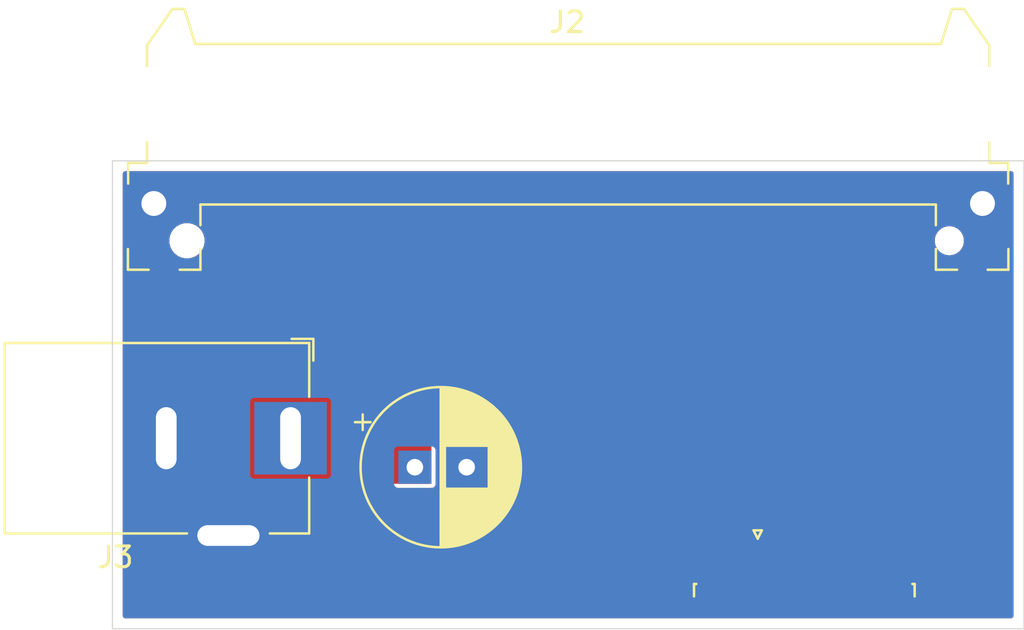
<source format=kicad_pcb>
(kicad_pcb (version 20221018) (generator pcbnew)
  (title_block (title "Tape SATA Plug") (date "2024-03-14") (rev "1.0") (company "JetERA Creative") (comment 1 "https://creativecommons.org/licenses/by-sa/4.0/legalcode.en") (comment 2 "Use of this schematic is governed under the CC BY-SA 4.0 International license."))
  (layers (0 "F.Cu" signal) (31 "B.Cu" signal) (34 "B.Paste" user) (35 "F.Paste" user) (36 "B.SilkS" user "B.Silkscreen") (37 "F.SilkS" user "F.Silkscreen") (38 "B.Mask" user) (39 "F.Mask" user) (44 "Edge.Cuts" user))
  (net 0 "")
  (net 1 "GND")
  (net 2 "+12V")
  (net 6 "/B+")
  (net 7 "/B-")
  (net 8 "/A-")
  (net 9 "/A+")
  (net 10 "/5V")
  (footprint "Connector_SATA_SAS:SATA_Amphenol_10029364-001LF_Horizontal" (layer "F.Cu") (at 150 84.20492)
    (fp_text reference "J2" (at -0.04064 -9.90624) (layer "F.SilkS"))
    (fp_text value "~")
    (fp_line (start -21.25 1.05508) (end -21.25 2.05508) (stroke (width 0.12)) (layer "F.SilkS"))
    (fp_line (start -21.25 2.05508) (end -20.25 2.05508) (stroke (width 0.12)) (layer "F.SilkS"))
    (fp_line (start -21.24 -3.10492) (end -21.24 -2.10492) (stroke (width 0.12)) (layer "F.SilkS"))
    (fp_line (start -21.24 -3.10492) (end -20.33 -3.10492) (stroke (width 0.12)) (layer "F.SilkS"))
    (fp_line (start -20.33 -8.78492) (end -20.33 -7.78492) (stroke (width 0.12)) (layer "F.SilkS"))
    (fp_line (start -20.33 -8.78492) (end -19.1 -10.54492) (stroke (width 0.12)) (layer "F.SilkS"))
    (fp_line (start -20.33 -3.10492) (end -20.33 -4.10492) (stroke (width 0.12)) (layer "F.SilkS"))
    (fp_line (start -19.1 -10.54492) (end -18.53 -10.54492) (stroke (width 0.12)) (layer "F.SilkS"))
    (fp_line (start -18.75 2.05508) (end -17.75 2.05508) (stroke (width 0.12)) (layer "F.SilkS"))
    (fp_line (start -18 -8.85492) (end -18.53 -10.54492) (stroke (width 0.12)) (layer "F.SilkS"))
    (fp_line (start -17.75 -1.09492) (end -17.75 -0.09492) (stroke (width 0.12)) (layer "F.SilkS"))
    (fp_line (start -17.75 1.05508) (end -17.75 2.05508) (stroke (width 0.12)) (layer "F.SilkS"))
    (fp_line (start 17.75 -1.09492) (end -17.75 -1.09492) (stroke (width 0.12)) (layer "F.SilkS"))
    (fp_line (start 17.75 -1.09492) (end 17.75 -0.09492) (stroke (width 0.12)) (layer "F.SilkS"))
    (fp_line (start 17.75 1.05508) (end 17.75 2.05508) (stroke (width 0.12)) (layer "F.SilkS"))
    (fp_line (start 18 -8.85492) (end -18 -8.85492) (stroke (width 0.12)) (layer "F.SilkS"))
    (fp_line (start 18 -8.85492) (end 18.53 -10.54492) (stroke (width 0.12)) (layer "F.SilkS"))
    (fp_line (start 18.77314 2.05486) (end 17.75 2.05508) (stroke (width 0.12)) (layer "F.SilkS"))
    (fp_line (start 19.1 -10.54492) (end 18.53 -10.54492) (stroke (width 0.12)) (layer "F.SilkS"))
    (fp_line (start 20.33 -8.78492) (end 19.1 -10.54492) (stroke (width 0.12)) (layer "F.SilkS"))
    (fp_line (start 20.33 -8.78492) (end 20.33 -7.78492) (stroke (width 0.12)) (layer "F.SilkS"))
    (fp_line (start 20.33 -3.10492) (end 20.33 -4.10492) (stroke (width 0.12)) (layer "F.SilkS"))
    (fp_line (start 21.24 -3.10492) (end 20.33 -3.10492) (stroke (width 0.12)) (layer "F.SilkS"))
    (fp_line (start 21.24 -3.10492) (end 21.24 -2.10492) (stroke (width 0.12)) (layer "F.SilkS"))
    (fp_line (start 21.25 1.05508) (end 21.25 2.05508) (stroke (width 0.12)) (layer "F.SilkS"))
    (fp_line (start 21.25 2.05508) (end 20.25 2.05508) (stroke (width 0.12)) (layer "F.SilkS"))
    (pad "" np_thru_hole circle (at -18.4 0.65508) (size 1.2 1.2) (drill 1.2) (layers "*.Mask" "B.Cu"))
    (pad "" np_thru_hole circle (at 18.4 0.65508) (size 0.9 0.9) (drill 0.9) (layers "*.Mask" "B.Cu"))
    (pad "MP" thru_hole circle (at -20 -1.14492) (size 1.6 1.6) (drill 1.2) (layers "*.Cu" "*.Mask") (net 1 "GND"))
    (pad "MP" thru_hole circle (at 20 -1.14492) (size 1.6 1.6) (drill 1.2) (layers "*.Cu" "*.Mask") (net 1 "GND"))
    (pad "P1" smd rect (at 1.905 0.99508) (size 0.65 1.9) (layers "F.Cu" "F.Paste" "F.Mask"))
    (pad "P2" smd rect (at 0.635 0.99508) (size 0.65 1.9) (layers "F.Cu" "F.Paste" "F.Mask"))
    (pad "P3" smd rect (at -0.635 0.99508) (size 0.65 1.9) (layers "F.Cu" "F.Paste" "F.Mask"))
    (pad "P4" smd rect (at -1.905 0.99508) (size 0.65 1.9) (layers "F.Cu" "F.Paste" "F.Mask") (net 1 "GND"))
    (pad "P5" smd rect (at -3.175 0.99508) (size 0.65 1.9) (layers "F.Cu" "F.Paste" "F.Mask") (net 1 "GND"))
    (pad "P6" smd rect (at -4.445 0.99508) (size 0.65 1.9) (layers "F.Cu" "F.Paste" "F.Mask") (net 1 "GND"))
    (pad "P7" smd rect (at -5.715 0.99508) (size 0.65 1.9) (layers "F.Cu" "F.Paste" "F.Mask") (net 10 "/5V"))
    (pad "P8" smd rect (at -6.985 0.99508) (size 0.65 1.9) (layers "F.Cu" "F.Paste" "F.Mask") (net 10 "/5V"))
    (pad "P9" smd rect (at -8.255 0.99508) (size 0.65 1.9) (layers "F.Cu" "F.Paste" "F.Mask") (net 10 "/5V"))
    (pad "P10" smd rect (at -9.525 0.99508) (size 0.65 1.9) (layers "F.Cu" "F.Paste" "F.Mask") (net 1 "GND"))
    (pad "P11" smd rect (at -10.795 0.99508) (size 0.65 1.9) (layers "F.Cu" "F.Paste" "F.Mask") (net 1 "GND"))
    (pad "P12" smd rect (at -12.065 0.99508) (size 0.65 1.9) (layers "F.Cu" "F.Paste" "F.Mask") (net 1 "GND"))
    (pad "P13" smd rect (at -13.335 0.99508) (size 0.65 1.9) (layers "F.Cu" "F.Paste" "F.Mask") (net 2 "+12V"))
    (pad "P14" smd rect (at -14.605 0.99508) (size 0.65 1.9) (layers "F.Cu" "F.Paste" "F.Mask") (net 2 "+12V"))
    (pad "P15" smd rect (at -15.875 0.99508) (size 0.65 1.9) (layers "F.Cu" "F.Paste" "F.Mask") (net 2 "+12V"))
    (pad "S1" smd rect (at 15.87 0.99508) (size 0.65 1.9) (layers "F.Cu" "F.Paste" "F.Mask") (net 1 "GND"))
    (pad "S2" smd rect (at 14.6 0.99508) (size 0.65 1.9) (layers "F.Cu" "F.Paste" "F.Mask") (net 9 "/A+"))
    (pad "S3" smd rect (at 13.33 0.99508) (size 0.65 1.9) (layers "F.Cu" "F.Paste" "F.Mask") (net 8 "/A-"))
    (pad "S4" smd rect (at 12.06 0.99508) (size 0.65 1.9) (layers "F.Cu" "F.Paste" "F.Mask") (net 1 "GND"))
    (pad "S5" smd rect (at 10.79 0.99508) (size 0.65 1.9) (layers "F.Cu" "F.Paste" "F.Mask") (net 7 "/B-"))
    (pad "S6" smd rect (at 9.52 0.99508) (size 0.65 1.9) (layers "F.Cu" "F.Paste" "F.Mask") (net 6 "/B+"))
    (pad "S7" smd rect (at 8.25 0.99508) (size 0.65 1.9) (layers "F.Cu" "F.Paste" "F.Mask") (net 1 "GND"))
  )
  (footprint "Connector_FFC-FPC:TE_1-1734839-0_1x10-1MP_P0.5mm_Horizontal" (layer "F.Cu") (at 161.4 99.4)
    (fp_text reference "J1" hide)
    (fp_text value "Conn_01x10_MountingPin")
    (fp_line (start -5.325 2.04) (end -5.325 2.64) (stroke (width 0.12)) (layer "F.SilkS"))
    (fp_line (start -5.215 2.04) (end -5.325 2.04) (stroke (width 0.12)) (layer "F.SilkS"))
    (fp_line (start -2.45 -0.55) (end -2.25 -0.15) (stroke (width 0.12)) (layer "F.SilkS"))
    (fp_line (start -2.25 -0.15) (end -2.05 -0.55) (stroke (width 0.12)) (layer "F.SilkS"))
    (fp_line (start -2.05 -0.55) (end -2.45 -0.55) (stroke (width 0.12)) (layer "F.SilkS"))
    (fp_line (start 5.215 2.04) (end 5.325 2.04) (stroke (width 0.12)) (layer "F.SilkS"))
    (fp_line (start 5.325 2.04) (end 5.325 2.64) (stroke (width 0.12)) (layer "F.SilkS"))
    (pad "1" smd rect (at -2.25 -1.35) (size 0.3 1.1) (layers "F.Cu" "F.Paste" "F.Mask") (net 10 "/5V"))
    (pad "2" smd rect (at -1.75 -1.35) (size 0.3 1.1) (layers "F.Cu" "F.Paste" "F.Mask") (net 10 "/5V"))
    (pad "3" smd rect (at -1.25 -1.35) (size 0.3 1.1) (layers "F.Cu" "F.Paste" "F.Mask") (net 10 "/5V"))
    (pad "4" smd rect (at -0.75 -1.35) (size 0.3 1.1) (layers "F.Cu" "F.Paste" "F.Mask") (net 1 "GND"))
    (pad "5" smd rect (at -0.25 -1.35) (size 0.3 1.1) (layers "F.Cu" "F.Paste" "F.Mask") (net 6 "/B+"))
    (pad "6" smd rect (at 0.25 -1.35) (size 0.3 1.1) (layers "F.Cu" "F.Paste" "F.Mask") (net 7 "/B-"))
    (pad "7" smd rect (at 0.75 -1.35) (size 0.3 1.1) (layers "F.Cu" "F.Paste" "F.Mask") (net 1 "GND"))
    (pad "8" smd rect (at 1.25 -1.35) (size 0.3 1.1) (layers "F.Cu" "F.Paste" "F.Mask") (net 8 "/A-"))
    (pad "9" smd rect (at 1.75 -1.35) (size 0.3 1.1) (layers "F.Cu" "F.Paste" "F.Mask") (net 9 "/A+"))
    (pad "10" smd rect (at 2.25 -1.35) (size 0.3 1.1) (layers "F.Cu" "F.Paste" "F.Mask") (net 1 "GND"))
    (pad "MP" smd rect (at -3.92 0.35) (size 2.3 3.1) (layers "F.Cu" "F.Paste" "F.Mask") (net 1 "GND"))
    (pad "MP" smd rect (at 3.92 0.35) (size 2.3 3.1) (layers "F.Cu" "F.Paste" "F.Mask") (net 1 "GND"))
  )
  (footprint "Connector_BarrelJack:BarrelJack_Horizontal" (layer "F.Cu") (at 136.6 94.4)
    (fp_text reference "J3" (at -8.45 5.75) (layer "F.SilkS"))
    (fp_text value "Barrel_Jack_Switch")
    (fp_line (start -13.8 -4.6) (end 0.9 -4.6) (stroke (width 0.12)) (layer "F.SilkS"))
    (fp_line (start -13.8 4.6) (end -13.8 -4.6) (stroke (width 0.12)) (layer "F.SilkS"))
    (fp_line (start -5 4.6) (end -13.8 4.6) (stroke (width 0.12)) (layer "F.SilkS"))
    (fp_line (start 0.05 -4.8) (end 1.1 -4.8) (stroke (width 0.12)) (layer "F.SilkS"))
    (fp_line (start 0.9 -4.6) (end 0.9 -2) (stroke (width 0.12)) (layer "F.SilkS"))
    (fp_line (start 0.9 1.9) (end 0.9 4.6) (stroke (width 0.12)) (layer "F.SilkS"))
    (fp_line (start 0.9 4.6) (end -1 4.6) (stroke (width 0.12)) (layer "F.SilkS"))
    (fp_line (start 1.1 -3.75) (end 1.1 -4.8) (stroke (width 0.12)) (layer "F.SilkS"))
    (pad "1" thru_hole rect (at 0 0) (size 3.5 3.5) (drill oval 1 3) (layers "*.Cu" "*.Mask") (net 2 "+12V"))
    (pad "2" thru_hole roundrect (at -6 0) (size 3 3.5) (drill oval 1 3) (layers "*.Cu" "*.Mask") (net 1 "GND"))
    (pad "3" thru_hole roundrect (at -3 4.7) (size 3.5 3.5) (drill oval 3 1) (layers "*.Cu" "*.Mask") (net 1 "GND"))
  )
  (footprint "Capacitor_THT:CP_Radial_D7.5mm_P2.50mm" (layer "F.Cu") (at 142.6 95.8)
    (fp_text reference "C1" hide)
    (fp_text value "470uF")
    (fp_line (start -2.892211 -2.175) (end -2.142211 -2.175) (stroke (width 0.12)) (layer "F.SilkS"))
    (fp_line (start -2.517211 -2.55) (end -2.517211 -1.8) (stroke (width 0.12)) (layer "F.SilkS"))
    (fp_line (start 1.25 -3.83) (end 1.25 3.83) (stroke (width 0.12)) (layer "F.SilkS"))
    (fp_line (start 1.29 -3.83) (end 1.29 3.83) (stroke (width 0.12)) (layer "F.SilkS"))
    (fp_line (start 1.33 -3.83) (end 1.33 3.83) (stroke (width 0.12)) (layer "F.SilkS"))
    (fp_line (start 1.37 -3.829) (end 1.37 3.829) (stroke (width 0.12)) (layer "F.SilkS"))
    (fp_line (start 1.41 -3.827) (end 1.41 3.827) (stroke (width 0.12)) (layer "F.SilkS"))
    (fp_line (start 1.45 -3.825) (end 1.45 3.825) (stroke (width 0.12)) (layer "F.SilkS"))
    (fp_line (start 1.49 -3.823) (end 1.49 -1.04) (stroke (width 0.12)) (layer "F.SilkS"))
    (fp_line (start 1.49 1.04) (end 1.49 3.823) (stroke (width 0.12)) (layer "F.SilkS"))
    (fp_line (start 1.53 -3.82) (end 1.53 -1.04) (stroke (width 0.12)) (layer "F.SilkS"))
    (fp_line (start 1.53 1.04) (end 1.53 3.82) (stroke (width 0.12)) (layer "F.SilkS"))
    (fp_line (start 1.57 -3.817) (end 1.57 -1.04) (stroke (width 0.12)) (layer "F.SilkS"))
    (fp_line (start 1.57 1.04) (end 1.57 3.817) (stroke (width 0.12)) (layer "F.SilkS"))
    (fp_line (start 1.61 -3.814) (end 1.61 -1.04) (stroke (width 0.12)) (layer "F.SilkS"))
    (fp_line (start 1.61 1.04) (end 1.61 3.814) (stroke (width 0.12)) (layer "F.SilkS"))
    (fp_line (start 1.65 -3.81) (end 1.65 -1.04) (stroke (width 0.12)) (layer "F.SilkS"))
    (fp_line (start 1.65 1.04) (end 1.65 3.81) (stroke (width 0.12)) (layer "F.SilkS"))
    (fp_line (start 1.69 -3.805) (end 1.69 -1.04) (stroke (width 0.12)) (layer "F.SilkS"))
    (fp_line (start 1.69 1.04) (end 1.69 3.805) (stroke (width 0.12)) (layer "F.SilkS"))
    (fp_line (start 1.73 -3.801) (end 1.73 -1.04) (stroke (width 0.12)) (layer "F.SilkS"))
    (fp_line (start 1.73 1.04) (end 1.73 3.801) (stroke (width 0.12)) (layer "F.SilkS"))
    (fp_line (start 1.77 -3.795) (end 1.77 -1.04) (stroke (width 0.12)) (layer "F.SilkS"))
    (fp_line (start 1.77 1.04) (end 1.77 3.795) (stroke (width 0.12)) (layer "F.SilkS"))
    (fp_line (start 1.81 -3.79) (end 1.81 -1.04) (stroke (width 0.12)) (layer "F.SilkS"))
    (fp_line (start 1.81 1.04) (end 1.81 3.79) (stroke (width 0.12)) (layer "F.SilkS"))
    (fp_line (start 1.85 -3.784) (end 1.85 -1.04) (stroke (width 0.12)) (layer "F.SilkS"))
    (fp_line (start 1.85 1.04) (end 1.85 3.784) (stroke (width 0.12)) (layer "F.SilkS"))
    (fp_line (start 1.89 -3.777) (end 1.89 -1.04) (stroke (width 0.12)) (layer "F.SilkS"))
    (fp_line (start 1.89 1.04) (end 1.89 3.777) (stroke (width 0.12)) (layer "F.SilkS"))
    (fp_line (start 1.93 -3.77) (end 1.93 -1.04) (stroke (width 0.12)) (layer "F.SilkS"))
    (fp_line (start 1.93 1.04) (end 1.93 3.77) (stroke (width 0.12)) (layer "F.SilkS"))
    (fp_line (start 1.971 -3.763) (end 1.971 -1.04) (stroke (width 0.12)) (layer "F.SilkS"))
    (fp_line (start 1.971 1.04) (end 1.971 3.763) (stroke (width 0.12)) (layer "F.SilkS"))
    (fp_line (start 2.011 -3.755) (end 2.011 -1.04) (stroke (width 0.12)) (layer "F.SilkS"))
    (fp_line (start 2.011 1.04) (end 2.011 3.755) (stroke (width 0.12)) (layer "F.SilkS"))
    (fp_line (start 2.051 -3.747) (end 2.051 -1.04) (stroke (width 0.12)) (layer "F.SilkS"))
    (fp_line (start 2.051 1.04) (end 2.051 3.747) (stroke (width 0.12)) (layer "F.SilkS"))
    (fp_line (start 2.091 -3.738) (end 2.091 -1.04) (stroke (width 0.12)) (layer "F.SilkS"))
    (fp_line (start 2.091 1.04) (end 2.091 3.738) (stroke (width 0.12)) (layer "F.SilkS"))
    (fp_line (start 2.131 -3.729) (end 2.131 -1.04) (stroke (width 0.12)) (layer "F.SilkS"))
    (fp_line (start 2.131 1.04) (end 2.131 3.729) (stroke (width 0.12)) (layer "F.SilkS"))
    (fp_line (start 2.171 -3.72) (end 2.171 -1.04) (stroke (width 0.12)) (layer "F.SilkS"))
    (fp_line (start 2.171 1.04) (end 2.171 3.72) (stroke (width 0.12)) (layer "F.SilkS"))
    (fp_line (start 2.211 -3.71) (end 2.211 -1.04) (stroke (width 0.12)) (layer "F.SilkS"))
    (fp_line (start 2.211 1.04) (end 2.211 3.71) (stroke (width 0.12)) (layer "F.SilkS"))
    (fp_line (start 2.251 -3.699) (end 2.251 -1.04) (stroke (width 0.12)) (layer "F.SilkS"))
    (fp_line (start 2.251 1.04) (end 2.251 3.699) (stroke (width 0.12)) (layer "F.SilkS"))
    (fp_line (start 2.291 -3.688) (end 2.291 -1.04) (stroke (width 0.12)) (layer "F.SilkS"))
    (fp_line (start 2.291 1.04) (end 2.291 3.688) (stroke (width 0.12)) (layer "F.SilkS"))
    (fp_line (start 2.331 -3.677) (end 2.331 -1.04) (stroke (width 0.12)) (layer "F.SilkS"))
    (fp_line (start 2.331 1.04) (end 2.331 3.677) (stroke (width 0.12)) (layer "F.SilkS"))
    (fp_line (start 2.371 -3.665) (end 2.371 -1.04) (stroke (width 0.12)) (layer "F.SilkS"))
    (fp_line (start 2.371 1.04) (end 2.371 3.665) (stroke (width 0.12)) (layer "F.SilkS"))
    (fp_line (start 2.411 -3.653) (end 2.411 -1.04) (stroke (width 0.12)) (layer "F.SilkS"))
    (fp_line (start 2.411 1.04) (end 2.411 3.653) (stroke (width 0.12)) (layer "F.SilkS"))
    (fp_line (start 2.451 -3.64) (end 2.451 -1.04) (stroke (width 0.12)) (layer "F.SilkS"))
    (fp_line (start 2.451 1.04) (end 2.451 3.64) (stroke (width 0.12)) (layer "F.SilkS"))
    (fp_line (start 2.491 -3.626) (end 2.491 -1.04) (stroke (width 0.12)) (layer "F.SilkS"))
    (fp_line (start 2.491 1.04) (end 2.491 3.626) (stroke (width 0.12)) (layer "F.SilkS"))
    (fp_line (start 2.531 -3.613) (end 2.531 -1.04) (stroke (width 0.12)) (layer "F.SilkS"))
    (fp_line (start 2.531 1.04) (end 2.531 3.613) (stroke (width 0.12)) (layer "F.SilkS"))
    (fp_line (start 2.571 -3.598) (end 2.571 -1.04) (stroke (width 0.12)) (layer "F.SilkS"))
    (fp_line (start 2.571 1.04) (end 2.571 3.598) (stroke (width 0.12)) (layer "F.SilkS"))
    (fp_line (start 2.611 -3.584) (end 2.611 -1.04) (stroke (width 0.12)) (layer "F.SilkS"))
    (fp_line (start 2.611 1.04) (end 2.611 3.584) (stroke (width 0.12)) (layer "F.SilkS"))
    (fp_line (start 2.651 -3.568) (end 2.651 -1.04) (stroke (width 0.12)) (layer "F.SilkS"))
    (fp_line (start 2.651 1.04) (end 2.651 3.568) (stroke (width 0.12)) (layer "F.SilkS"))
    (fp_line (start 2.691 -3.553) (end 2.691 -1.04) (stroke (width 0.12)) (layer "F.SilkS"))
    (fp_line (start 2.691 1.04) (end 2.691 3.553) (stroke (width 0.12)) (layer "F.SilkS"))
    (fp_line (start 2.731 -3.536) (end 2.731 -1.04) (stroke (width 0.12)) (layer "F.SilkS"))
    (fp_line (start 2.731 1.04) (end 2.731 3.536) (stroke (width 0.12)) (layer "F.SilkS"))
    (fp_line (start 2.771 -3.52) (end 2.771 -1.04) (stroke (width 0.12)) (layer "F.SilkS"))
    (fp_line (start 2.771 1.04) (end 2.771 3.52) (stroke (width 0.12)) (layer "F.SilkS"))
    (fp_line (start 2.811 -3.502) (end 2.811 -1.04) (stroke (width 0.12)) (layer "F.SilkS"))
    (fp_line (start 2.811 1.04) (end 2.811 3.502) (stroke (width 0.12)) (layer "F.SilkS"))
    (fp_line (start 2.851 -3.484) (end 2.851 -1.04) (stroke (width 0.12)) (layer "F.SilkS"))
    (fp_line (start 2.851 1.04) (end 2.851 3.484) (stroke (width 0.12)) (layer "F.SilkS"))
    (fp_line (start 2.891 -3.466) (end 2.891 -1.04) (stroke (width 0.12)) (layer "F.SilkS"))
    (fp_line (start 2.891 1.04) (end 2.891 3.466) (stroke (width 0.12)) (layer "F.SilkS"))
    (fp_line (start 2.931 -3.447) (end 2.931 -1.04) (stroke (width 0.12)) (layer "F.SilkS"))
    (fp_line (start 2.931 1.04) (end 2.931 3.447) (stroke (width 0.12)) (layer "F.SilkS"))
    (fp_line (start 2.971 -3.427) (end 2.971 -1.04) (stroke (width 0.12)) (layer "F.SilkS"))
    (fp_line (start 2.971 1.04) (end 2.971 3.427) (stroke (width 0.12)) (layer "F.SilkS"))
    (fp_line (start 3.011 -3.407) (end 3.011 -1.04) (stroke (width 0.12)) (layer "F.SilkS"))
    (fp_line (start 3.011 1.04) (end 3.011 3.407) (stroke (width 0.12)) (layer "F.SilkS"))
    (fp_line (start 3.051 -3.386) (end 3.051 -1.04) (stroke (width 0.12)) (layer "F.SilkS"))
    (fp_line (start 3.051 1.04) (end 3.051 3.386) (stroke (width 0.12)) (layer "F.SilkS"))
    (fp_line (start 3.091 -3.365) (end 3.091 -1.04) (stroke (width 0.12)) (layer "F.SilkS"))
    (fp_line (start 3.091 1.04) (end 3.091 3.365) (stroke (width 0.12)) (layer "F.SilkS"))
    (fp_line (start 3.131 -3.343) (end 3.131 -1.04) (stroke (width 0.12)) (layer "F.SilkS"))
    (fp_line (start 3.131 1.04) (end 3.131 3.343) (stroke (width 0.12)) (layer "F.SilkS"))
    (fp_line (start 3.171 -3.321) (end 3.171 -1.04) (stroke (width 0.12)) (layer "F.SilkS"))
    (fp_line (start 3.171 1.04) (end 3.171 3.321) (stroke (width 0.12)) (layer "F.SilkS"))
    (fp_line (start 3.211 -3.297) (end 3.211 -1.04) (stroke (width 0.12)) (layer "F.SilkS"))
    (fp_line (start 3.211 1.04) (end 3.211 3.297) (stroke (width 0.12)) (layer "F.SilkS"))
    (fp_line (start 3.251 -3.274) (end 3.251 -1.04) (stroke (width 0.12)) (layer "F.SilkS"))
    (fp_line (start 3.251 1.04) (end 3.251 3.274) (stroke (width 0.12)) (layer "F.SilkS"))
    (fp_line (start 3.291 -3.249) (end 3.291 -1.04) (stroke (width 0.12)) (layer "F.SilkS"))
    (fp_line (start 3.291 1.04) (end 3.291 3.249) (stroke (width 0.12)) (layer "F.SilkS"))
    (fp_line (start 3.331 -3.224) (end 3.331 -1.04) (stroke (width 0.12)) (layer "F.SilkS"))
    (fp_line (start 3.331 1.04) (end 3.331 3.224) (stroke (width 0.12)) (layer "F.SilkS"))
    (fp_line (start 3.371 -3.198) (end 3.371 -1.04) (stroke (width 0.12)) (layer "F.SilkS"))
    (fp_line (start 3.371 1.04) (end 3.371 3.198) (stroke (width 0.12)) (layer "F.SilkS"))
    (fp_line (start 3.411 -3.172) (end 3.411 -1.04) (stroke (width 0.12)) (layer "F.SilkS"))
    (fp_line (start 3.411 1.04) (end 3.411 3.172) (stroke (width 0.12)) (layer "F.SilkS"))
    (fp_line (start 3.451 -3.144) (end 3.451 -1.04) (stroke (width 0.12)) (layer "F.SilkS"))
    (fp_line (start 3.451 1.04) (end 3.451 3.144) (stroke (width 0.12)) (layer "F.SilkS"))
    (fp_line (start 3.491 -3.116) (end 3.491 -1.04) (stroke (width 0.12)) (layer "F.SilkS"))
    (fp_line (start 3.491 1.04) (end 3.491 3.116) (stroke (width 0.12)) (layer "F.SilkS"))
    (fp_line (start 3.531 -3.088) (end 3.531 -1.04) (stroke (width 0.12)) (layer "F.SilkS"))
    (fp_line (start 3.531 1.04) (end 3.531 3.088) (stroke (width 0.12)) (layer "F.SilkS"))
    (fp_line (start 3.571 -3.058) (end 3.571 3.058) (stroke (width 0.12)) (layer "F.SilkS"))
    (fp_line (start 3.611 -3.028) (end 3.611 3.028) (stroke (width 0.12)) (layer "F.SilkS"))
    (fp_line (start 3.651 -2.996) (end 3.651 2.996) (stroke (width 0.12)) (layer "F.SilkS"))
    (fp_line (start 3.691 -2.964) (end 3.691 2.964) (stroke (width 0.12)) (layer "F.SilkS"))
    (fp_line (start 3.731 -2.931) (end 3.731 2.931) (stroke (width 0.12)) (layer "F.SilkS"))
    (fp_line (start 3.771 -2.898) (end 3.771 2.898) (stroke (width 0.12)) (layer "F.SilkS"))
    (fp_line (start 3.811 -2.863) (end 3.811 2.863) (stroke (width 0.12)) (layer "F.SilkS"))
    (fp_line (start 3.851 -2.827) (end 3.851 2.827) (stroke (width 0.12)) (layer "F.SilkS"))
    (fp_line (start 3.891 -2.79) (end 3.891 2.79) (stroke (width 0.12)) (layer "F.SilkS"))
    (fp_line (start 3.931 -2.752) (end 3.931 2.752) (stroke (width 0.12)) (layer "F.SilkS"))
    (fp_line (start 3.971 -2.713) (end 3.971 2.713) (stroke (width 0.12)) (layer "F.SilkS"))
    (fp_line (start 4.011 -2.673) (end 4.011 2.673) (stroke (width 0.12)) (layer "F.SilkS"))
    (fp_line (start 4.051 -2.632) (end 4.051 2.632) (stroke (width 0.12)) (layer "F.SilkS"))
    (fp_line (start 4.091 -2.589) (end 4.091 2.589) (stroke (width 0.12)) (layer "F.SilkS"))
    (fp_line (start 4.131 -2.546) (end 4.131 2.546) (stroke (width 0.12)) (layer "F.SilkS"))
    (fp_line (start 4.171 -2.5) (end 4.171 2.5) (stroke (width 0.12)) (layer "F.SilkS"))
    (fp_line (start 4.211 -2.454) (end 4.211 2.454) (stroke (width 0.12)) (layer "F.SilkS"))
    (fp_line (start 4.251 -2.405) (end 4.251 2.405) (stroke (width 0.12)) (layer "F.SilkS"))
    (fp_line (start 4.291 -2.355) (end 4.291 2.355) (stroke (width 0.12)) (layer "F.SilkS"))
    (fp_line (start 4.331 -2.304) (end 4.331 2.304) (stroke (width 0.12)) (layer "F.SilkS"))
    (fp_line (start 4.371 -2.25) (end 4.371 2.25) (stroke (width 0.12)) (layer "F.SilkS"))
    (fp_line (start 4.411 -2.195) (end 4.411 2.195) (stroke (width 0.12)) (layer "F.SilkS"))
    (fp_line (start 4.451 -2.137) (end 4.451 2.137) (stroke (width 0.12)) (layer "F.SilkS"))
    (fp_line (start 4.491 -2.077) (end 4.491 2.077) (stroke (width 0.12)) (layer "F.SilkS"))
    (fp_line (start 4.531 -2.014) (end 4.531 2.014) (stroke (width 0.12)) (layer "F.SilkS"))
    (fp_line (start 4.571 -1.949) (end 4.571 1.949) (stroke (width 0.12)) (layer "F.SilkS"))
    (fp_line (start 4.611 -1.881) (end 4.611 1.881) (stroke (width 0.12)) (layer "F.SilkS"))
    (fp_line (start 4.651 -1.809) (end 4.651 1.809) (stroke (width 0.12)) (layer "F.SilkS"))
    (fp_line (start 4.691 -1.733) (end 4.691 1.733) (stroke (width 0.12)) (layer "F.SilkS"))
    (fp_line (start 4.731 -1.654) (end 4.731 1.654) (stroke (width 0.12)) (layer "F.SilkS"))
    (fp_line (start 4.771 -1.569) (end 4.771 1.569) (stroke (width 0.12)) (layer "F.SilkS"))
    (fp_line (start 4.811 -1.478) (end 4.811 1.478) (stroke (width 0.12)) (layer "F.SilkS"))
    (fp_line (start 4.851 -1.381) (end 4.851 1.381) (stroke (width 0.12)) (layer "F.SilkS"))
    (fp_line (start 4.891 -1.275) (end 4.891 1.275) (stroke (width 0.12)) (layer "F.SilkS"))
    (fp_line (start 4.931 -1.158) (end 4.931 1.158) (stroke (width 0.12)) (layer "F.SilkS"))
    (fp_line (start 4.971 -1.028) (end 4.971 1.028) (stroke (width 0.12)) (layer "F.SilkS"))
    (fp_line (start 5.011 -0.877) (end 5.011 0.877) (stroke (width 0.12)) (layer "F.SilkS"))
    (fp_line (start 5.051 -0.693) (end 5.051 0.693) (stroke (width 0.12)) (layer "F.SilkS"))
    (fp_line (start 5.091 -0.441) (end 5.091 0.441) (stroke (width 0.12)) (layer "F.SilkS"))
    (fp_circle (center 1.25 0) (end 5.12 0) (stroke (width 0.12)) (fill none) (layer "F.SilkS"))
    (pad "1" thru_hole rect (at 0 0) (size 1.6 1.6) (drill 0.8) (layers "*.Cu" "*.Mask") (net 2 "+12V"))
    (pad "2" thru_hole circle (at 2.5 0) (size 1.6 1.6) (drill 0.8) (layers "*.Cu" "*.Mask") (net 1 "GND"))
  )
  (gr_rect (start 128 81) (end 172 103.6) (stroke (width 0.05)) (fill none) (layer "Edge.Cuts"))
  (segment (start 159.9 95.1) (end 159.9 85.62508) (width 0.3) (layer "F.Cu") (net 6))
  (segment (start 161.15 98.05) (end 161.15 96.35) (width 0.3) (layer "F.Cu") (net 6))
  (segment (start 159.9 85.62508) (end 159.52 85.24508) (width 0.3) (layer "F.Cu") (net 6))
  (segment (start 161.15 96.35) (end 159.9 95.1) (width 0.3) (layer "F.Cu") (net 6))
  (segment (start 161.65 96.142894) (end 160.4 94.892894) (width 0.3) (layer "F.Cu") (net 7))
  (segment (start 161.65 98.05) (end 161.65 96.142894) (width 0.3) (layer "F.Cu") (net 7))
  (segment (start 160.4 94.892894) (end 160.4 85.63508) (width 0.3) (layer "F.Cu") (net 7))
  (segment (start 160.4 85.63508) (end 160.79 85.24508) (width 0.3) (layer "F.Cu") (net 7))
  (segment (start 162.65 98.05) (end 162.65 96.042894) (width 0.3) (layer "F.Cu") (net 8))
  (segment (start 162.65 96.042894) (end 163.7 94.992894) (width 0.3) (layer "F.Cu") (net 8))
  (segment (start 163.7 94.992894) (end 163.7 85.61508) (width 0.3) (layer "F.Cu") (net 8))
  (segment (start 163.7 85.61508) (end 163.33 85.24508) (width 0.3) (layer "F.Cu") (net 8))
  (segment (start 163.15 98.05) (end 163.15 96.25) (width 0.3) (layer "F.Cu") (net 9))
  (segment (start 163.15 96.25) (end 164.2 95.2) (width 0.3) (layer "F.Cu") (net 9))
  (segment (start 164.2 85.64508) (end 164.6 85.24508) (width 0.3) (layer "F.Cu") (net 9))
  (segment (start 164.2 95.2) (end 164.2 85.64508) (width 0.3) (layer "F.Cu") (net 9))
  (zone (net 2) (net_name "+12V") (layer "F.Cu") (priority 2) (connect_pads yes (clearance 0.1)) (min_thickness 0.25) (fill yes (thermal_gap 0.5) (thermal_bridge_width 0.5))
    (polygon (pts (xy 133.8 84.2) (xy 137 84.2) (xy 137 86.2) (xy 143.4 92.6) (xy 143.4 96.6) (xy 133.8 96.6)))
  )
  (zone (net 10) (net_name "/5V") (layer "F.Cu") (priority 1) (connect_pads yes (clearance 0.1)) (min_thickness 0.25) (fill yes (thermal_gap 0.5) (thermal_bridge_width 0.5))
    (polygon (pts (xy 141.4 84.2) (xy 144.6 84.2) (xy 144.6 86.2) (xy 152.4 94) (xy 157.2 94) (xy 160.3 97.1) (xy 160.3 98.6) (xy 158.8 98.6) (xy 158.8 98) (xy 157.6 96.8) (xy 151.2 96.8) (xy 141.4 87)))
  )
  (zone (net 1) (net_name "GND") (layers "F&B.Cu") (connect_pads yes (clearance 0.1)) (min_thickness 0.25) (fill yes (thermal_gap 0.5) (thermal_bridge_width 0.5))
    (polygon (pts (xy 128 81) (xy 172 81) (xy 172 103.6) (xy 128 103.6)))
  )
)
</source>
